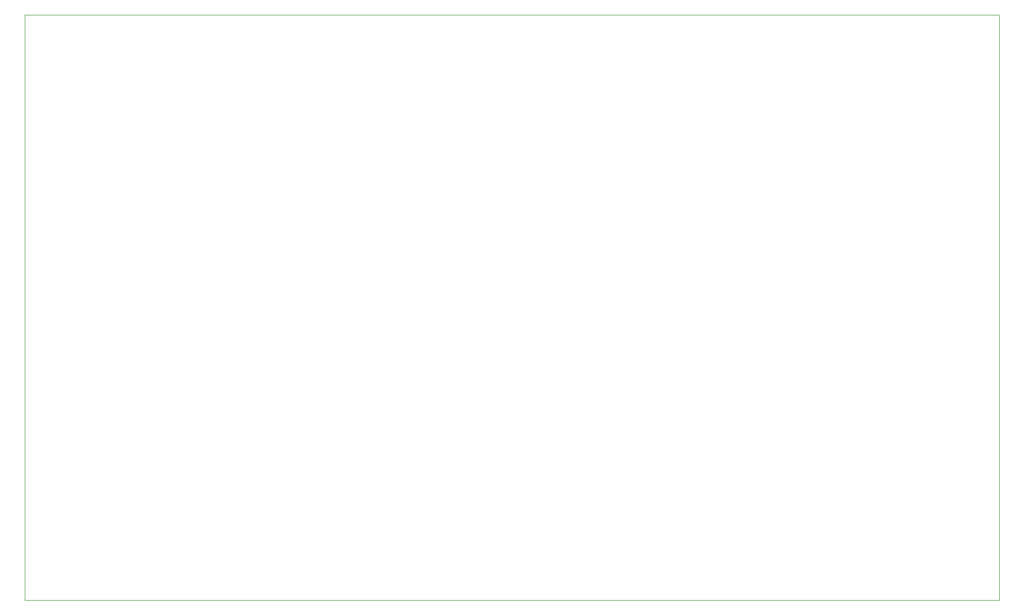
<source format=gm1>
G04 #@! TF.FileFunction,Profile,NP*
%FSLAX46Y46*%
G04 Gerber Fmt 4.6, Leading zero omitted, Abs format (unit mm)*
G04 Created by KiCad (PCBNEW 4.0.4-stable) date 11/18/16 11:44:02*
%MOMM*%
%LPD*%
G01*
G04 APERTURE LIST*
%ADD10C,0.100000*%
G04 APERTURE END LIST*
D10*
X60000000Y-151500000D02*
X60000000Y-51500000D01*
X226500000Y-151500000D02*
X60000000Y-151500000D01*
X226500000Y-51500000D02*
X226500000Y-151500000D01*
X60000000Y-51500000D02*
X226500000Y-51500000D01*
M02*

</source>
